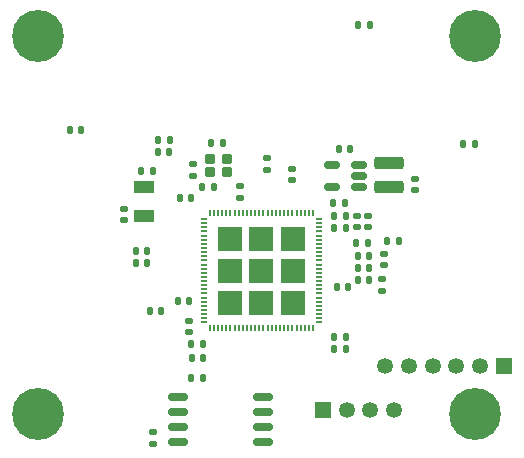
<source format=gbr>
%TF.GenerationSoftware,KiCad,Pcbnew,9.0.6*%
%TF.CreationDate,2026-01-01T11:49:18+08:00*%
%TF.ProjectId,soulcore,736f756c-636f-4726-952e-6b696361645f,rev?*%
%TF.SameCoordinates,Original*%
%TF.FileFunction,Soldermask,Top*%
%TF.FilePolarity,Negative*%
%FSLAX46Y46*%
G04 Gerber Fmt 4.6, Leading zero omitted, Abs format (unit mm)*
G04 Created by KiCad (PCBNEW 9.0.6) date 2026-01-01 11:49:18*
%MOMM*%
%LPD*%
G01*
G04 APERTURE LIST*
G04 Aperture macros list*
%AMRoundRect*
0 Rectangle with rounded corners*
0 $1 Rounding radius*
0 $2 $3 $4 $5 $6 $7 $8 $9 X,Y pos of 4 corners*
0 Add a 4 corners polygon primitive as box body*
4,1,4,$2,$3,$4,$5,$6,$7,$8,$9,$2,$3,0*
0 Add four circle primitives for the rounded corners*
1,1,$1+$1,$2,$3*
1,1,$1+$1,$4,$5*
1,1,$1+$1,$6,$7*
1,1,$1+$1,$8,$9*
0 Add four rect primitives between the rounded corners*
20,1,$1+$1,$2,$3,$4,$5,0*
20,1,$1+$1,$4,$5,$6,$7,0*
20,1,$1+$1,$6,$7,$8,$9,0*
20,1,$1+$1,$8,$9,$2,$3,0*%
G04 Aperture macros list end*
%ADD10RoundRect,0.135000X0.185000X-0.135000X0.185000X0.135000X-0.185000X0.135000X-0.185000X-0.135000X0*%
%ADD11RoundRect,0.140000X-0.140000X-0.170000X0.140000X-0.170000X0.140000X0.170000X-0.140000X0.170000X0*%
%ADD12RoundRect,0.140000X0.170000X-0.140000X0.170000X0.140000X-0.170000X0.140000X-0.170000X-0.140000X0*%
%ADD13RoundRect,0.140000X0.140000X0.170000X-0.140000X0.170000X-0.140000X-0.170000X0.140000X-0.170000X0*%
%ADD14C,4.400000*%
%ADD15RoundRect,0.150000X0.512500X0.150000X-0.512500X0.150000X-0.512500X-0.150000X0.512500X-0.150000X0*%
%ADD16R,1.800000X1.000000*%
%ADD17RoundRect,0.162500X0.650000X0.162500X-0.650000X0.162500X-0.650000X-0.162500X0.650000X-0.162500X0*%
%ADD18O,0.650000X0.200000*%
%ADD19O,0.200000X0.650000*%
%ADD20R,2.100000X2.100000*%
%ADD21RoundRect,0.140000X-0.170000X0.140000X-0.170000X-0.140000X0.170000X-0.140000X0.170000X0.140000X0*%
%ADD22R,1.350000X1.350000*%
%ADD23C,1.350000*%
%ADD24RoundRect,0.135000X0.135000X0.185000X-0.135000X0.185000X-0.135000X-0.185000X0.135000X-0.185000X0*%
%ADD25RoundRect,0.250000X-1.000000X0.300000X-1.000000X-0.300000X1.000000X-0.300000X1.000000X0.300000X0*%
%ADD26RoundRect,0.200000X-0.250000X-0.200000X0.250000X-0.200000X0.250000X0.200000X-0.250000X0.200000X0*%
%ADD27RoundRect,0.135000X-0.135000X-0.185000X0.135000X-0.185000X0.135000X0.185000X-0.135000X0.185000X0*%
G04 APERTURE END LIST*
D10*
%TO.C,R3*%
X135550000Y-124565000D03*
X135550000Y-125585000D03*
%TD*%
D11*
%TO.C,C17*%
X134510000Y-122620000D03*
X133550000Y-122620000D03*
%TD*%
D12*
%TO.C,C8*%
X125840000Y-114340000D03*
X125840000Y-115300000D03*
%TD*%
%TO.C,C9*%
X127990000Y-115250000D03*
X127990000Y-116210000D03*
%TD*%
%TO.C,C25*%
X113710000Y-119545000D03*
X113710000Y-118585000D03*
%TD*%
D11*
%TO.C,C26*%
X133560000Y-124610000D03*
X134520000Y-124610000D03*
%TD*%
D12*
%TO.C,C19*%
X134420000Y-120150000D03*
X134420000Y-119190000D03*
%TD*%
D13*
%TO.C,C12*%
X121330000Y-116785000D03*
X120370000Y-116785000D03*
%TD*%
D14*
%TO.C,H4*%
X143500000Y-104000000D03*
%TD*%
D11*
%TO.C,C13*%
X131460000Y-118120000D03*
X132420000Y-118120000D03*
%TD*%
%TO.C,C16*%
X131550000Y-120240000D03*
X132510000Y-120240000D03*
%TD*%
D15*
%TO.C,U3*%
X133600000Y-116765000D03*
X133600000Y-115815000D03*
X133600000Y-114865000D03*
X131325000Y-114865000D03*
X131325000Y-116765000D03*
%TD*%
D11*
%TO.C,C14*%
X133570000Y-103075000D03*
X134530000Y-103075000D03*
%TD*%
D12*
%TO.C,C6*%
X123590000Y-117660000D03*
X123590000Y-116700000D03*
%TD*%
D11*
%TO.C,C23*%
X131740000Y-125190000D03*
X132700000Y-125190000D03*
%TD*%
D13*
%TO.C,C7*%
X119440000Y-117725000D03*
X118480000Y-117725000D03*
%TD*%
D14*
%TO.C,H3*%
X143500000Y-136000000D03*
%TD*%
D16*
%TO.C,Y2*%
X115470000Y-116745000D03*
X115470000Y-119245000D03*
%TD*%
D11*
%TO.C,C34*%
X142480000Y-113090000D03*
X143440000Y-113090000D03*
%TD*%
D12*
%TO.C,C38*%
X116210000Y-138500000D03*
X116210000Y-137540000D03*
%TD*%
%TO.C,C35*%
X135775000Y-123355000D03*
X135775000Y-122395000D03*
%TD*%
D14*
%TO.C,H2*%
X106500000Y-104000000D03*
%TD*%
D11*
%TO.C,C24*%
X118295000Y-126450000D03*
X119255000Y-126450000D03*
%TD*%
D13*
%TO.C,C21*%
X115705000Y-122200000D03*
X114745000Y-122200000D03*
%TD*%
%TO.C,C11*%
X110130000Y-111920000D03*
X109170000Y-111920000D03*
%TD*%
D12*
%TO.C,C22*%
X133450000Y-120150000D03*
X133450000Y-119190000D03*
%TD*%
D11*
%TO.C,C27*%
X133550000Y-123600000D03*
X134510000Y-123600000D03*
%TD*%
D13*
%TO.C,C28*%
X116880000Y-127225000D03*
X115920000Y-127225000D03*
%TD*%
D17*
%TO.C,U2*%
X125477500Y-138322500D03*
X125477500Y-137052500D03*
X125477500Y-135782500D03*
X125477500Y-134512500D03*
X118302500Y-134512500D03*
X118302500Y-135782500D03*
X118302500Y-137052500D03*
X118302500Y-138322500D03*
%TD*%
D18*
%TO.C,U1*%
X120500000Y-119475000D03*
X120500000Y-119825000D03*
X120500000Y-120175000D03*
X120500000Y-120525000D03*
X120500000Y-120875000D03*
X120500000Y-121225000D03*
X120500000Y-121575000D03*
X120500000Y-121925000D03*
X120500000Y-122275000D03*
X120500000Y-122625000D03*
X120500000Y-122975000D03*
X120500000Y-123325000D03*
X120500000Y-123675000D03*
X120500000Y-124025000D03*
X120500000Y-124375000D03*
X120500000Y-124725000D03*
X120500000Y-125075000D03*
X120500000Y-125425000D03*
X120500000Y-125775000D03*
X120500000Y-126125000D03*
X120500000Y-126475000D03*
X120500000Y-126825000D03*
X120500000Y-127175000D03*
X120500000Y-127525000D03*
X120500000Y-127875000D03*
X120500000Y-128225000D03*
D19*
X121000000Y-128725000D03*
X121350000Y-128725000D03*
X121700000Y-128725000D03*
X122050000Y-128725000D03*
X122400000Y-128725000D03*
X122750000Y-128725000D03*
X123100000Y-128725000D03*
X123450000Y-128725000D03*
X123800000Y-128725000D03*
X124150000Y-128725000D03*
X124500000Y-128725000D03*
X124850000Y-128725000D03*
X125200000Y-128725000D03*
X125550000Y-128725000D03*
X125900000Y-128725000D03*
X126250000Y-128725000D03*
X126600000Y-128725000D03*
X126950000Y-128725000D03*
X127300000Y-128725000D03*
X127650000Y-128725000D03*
X128000000Y-128725000D03*
X128350000Y-128725000D03*
X128700000Y-128725000D03*
X129050000Y-128725000D03*
X129400000Y-128725000D03*
X129750000Y-128725000D03*
D18*
X130250000Y-128225000D03*
X130250000Y-127875000D03*
X130250000Y-127525000D03*
X130250000Y-127175000D03*
X130250000Y-126825000D03*
X130250000Y-126475000D03*
X130250000Y-126125000D03*
X130250000Y-125775000D03*
X130250000Y-125425000D03*
X130250000Y-125075000D03*
X130250000Y-124725000D03*
X130250000Y-124375000D03*
X130250000Y-124025000D03*
X130250000Y-123675000D03*
X130250000Y-123325000D03*
X130250000Y-122975000D03*
X130250000Y-122625000D03*
X130250000Y-122275000D03*
X130250000Y-121925000D03*
X130250000Y-121575000D03*
X130250000Y-121225000D03*
X130250000Y-120875000D03*
X130250000Y-120525000D03*
X130250000Y-120175000D03*
X130250000Y-119825000D03*
X130250000Y-119475000D03*
D19*
X129750000Y-118975000D03*
X129400000Y-118975000D03*
X129050000Y-118975000D03*
X128700000Y-118975000D03*
X128350000Y-118975000D03*
X128000000Y-118975000D03*
X127650000Y-118975000D03*
X127300000Y-118975000D03*
X126950000Y-118975000D03*
X126600000Y-118975000D03*
X126250000Y-118975000D03*
X125900000Y-118975000D03*
X125550000Y-118975000D03*
X125200000Y-118975000D03*
X124850000Y-118975000D03*
X124500000Y-118975000D03*
X124150000Y-118975000D03*
X123800000Y-118975000D03*
X123450000Y-118975000D03*
X123100000Y-118975000D03*
X122750000Y-118975000D03*
X122400000Y-118975000D03*
X122050000Y-118975000D03*
X121700000Y-118975000D03*
X121350000Y-118975000D03*
X121000000Y-118975000D03*
D20*
X122675000Y-121150000D03*
X122675000Y-123850000D03*
X122675000Y-126550000D03*
X125375000Y-121150000D03*
X125375000Y-123850000D03*
X125375000Y-126550000D03*
X128075000Y-121150000D03*
X128075000Y-123850000D03*
X128075000Y-126550000D03*
%TD*%
D11*
%TO.C,C15*%
X131560000Y-119230000D03*
X132520000Y-119230000D03*
%TD*%
D13*
%TO.C,C20*%
X115705000Y-123200000D03*
X114745000Y-123200000D03*
%TD*%
D21*
%TO.C,C29*%
X119225000Y-128095000D03*
X119225000Y-129055000D03*
%TD*%
D13*
%TO.C,C31*%
X120390000Y-130020000D03*
X119430000Y-130020000D03*
%TD*%
D11*
%TO.C,C10*%
X115220000Y-115445000D03*
X116180000Y-115445000D03*
%TD*%
D13*
%TO.C,C36*%
X117580000Y-113825000D03*
X116620000Y-113825000D03*
%TD*%
D22*
%TO.C,J2*%
X145880000Y-131940000D03*
D23*
X143880000Y-131940000D03*
X141880000Y-131940000D03*
X139880000Y-131940000D03*
X137880000Y-131940000D03*
X135880000Y-131940000D03*
%TD*%
D24*
%TO.C,R1*%
X137010000Y-121300000D03*
X135990000Y-121300000D03*
%TD*%
D25*
%TO.C,L1*%
X136172500Y-114695000D03*
X136172500Y-116795000D03*
%TD*%
D26*
%TO.C,Y1*%
X121050000Y-115460000D03*
X122450000Y-115460000D03*
X122450000Y-114360000D03*
X121050000Y-114360000D03*
%TD*%
D11*
%TO.C,C1*%
X131940000Y-113535000D03*
X132900000Y-113535000D03*
%TD*%
%TO.C,C33*%
X131545000Y-130450000D03*
X132505000Y-130450000D03*
%TD*%
D12*
%TO.C,C3*%
X138350000Y-117030000D03*
X138350000Y-116070000D03*
%TD*%
D13*
%TO.C,C5*%
X122100000Y-113060000D03*
X121140000Y-113060000D03*
%TD*%
D11*
%TO.C,C18*%
X133410000Y-121520000D03*
X134370000Y-121520000D03*
%TD*%
D21*
%TO.C,C4*%
X119600000Y-114830000D03*
X119600000Y-115790000D03*
%TD*%
D27*
%TO.C,R2*%
X116590000Y-112800000D03*
X117610000Y-112800000D03*
%TD*%
D11*
%TO.C,C32*%
X131545000Y-129475000D03*
X132505000Y-129475000D03*
%TD*%
D14*
%TO.C,H1*%
X106500000Y-136000000D03*
%TD*%
D22*
%TO.C,J5*%
X130580000Y-135650000D03*
D23*
X132580000Y-135650000D03*
X134580000Y-135650000D03*
X136580000Y-135650000D03*
%TD*%
D13*
%TO.C,C30*%
X120420000Y-131250000D03*
X119460000Y-131250000D03*
%TD*%
D24*
%TO.C,R11*%
X120435000Y-132925000D03*
X119415000Y-132925000D03*
%TD*%
M02*

</source>
